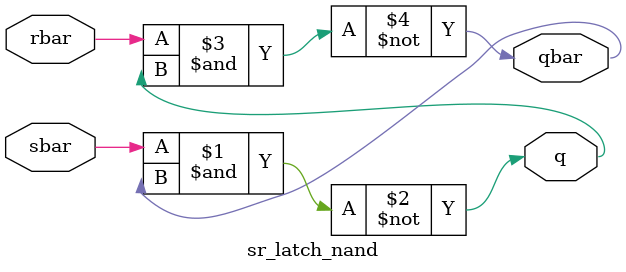
<source format=v>
module sr_latch_nand
(
        input sbar,
        input rbar,
        output wire q,
        output wire qbar
);
        assign q = ~(sbar & qbar);
        assign qbar = ~(rbar & q);
endmodule

</source>
